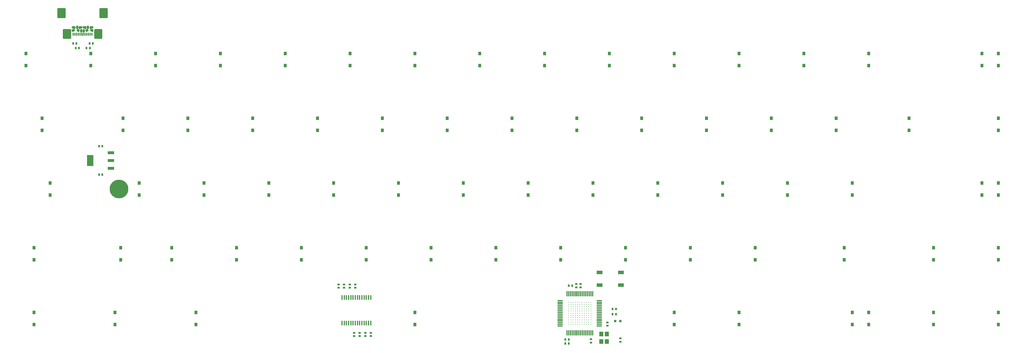
<source format=gbp>
%TF.GenerationSoftware,KiCad,Pcbnew,(2017-09-19 revision dddaa7e69)-makepkg*%
%TF.CreationDate,2017-11-22T14:32:36-05:00*%
%TF.ProjectId,WhiteFox,5768697465466F782E6B696361645F70,1.1c*%
%TF.SameCoordinates,Original*%
%TF.FileFunction,Paste,Bot*%
%TF.FilePolarity,Positive*%
%FSLAX46Y46*%
G04 Gerber Fmt 4.6, Leading zero omitted, Abs format (unit mm)*
G04 Created by KiCad (PCBNEW (2017-09-19 revision dddaa7e69)-makepkg) date 11/22/17 14:32:36*
%MOMM*%
%LPD*%
G01*
G04 APERTURE LIST*
%ADD10C,0.650000*%
%ADD11R,0.300000X0.900000*%
%ADD12R,0.600000X0.650000*%
%ADD13R,0.650000X0.600000*%
%ADD14C,5.500000*%
%ADD15R,1.500000X0.300000*%
%ADD16R,0.300000X1.500000*%
%ADD17R,1.800000X1.100000*%
%ADD18R,0.850900X1.000760*%
%ADD19R,1.200000X1.400000*%
%ADD20R,0.797560X0.797560*%
%ADD21R,0.400000X1.430000*%
%ADD22R,1.900000X3.250000*%
%ADD23R,1.900000X0.950000*%
%ADD24C,0.250000*%
G04 APERTURE END LIST*
D10*
%TO.C,J1*%
X67450000Y-76403200D02*
X67450000Y-76253200D01*
X69050000Y-76403200D02*
X69050000Y-76253200D01*
X70650000Y-76403200D02*
X70650000Y-76253200D01*
X72250000Y-76403200D02*
X72250000Y-76253200D01*
X72250000Y-76253200D02*
X72650000Y-76253200D01*
X70250000Y-76253200D02*
X70650000Y-76253200D01*
X69050000Y-76253200D02*
X69450000Y-76253200D01*
X67050000Y-76253200D02*
X67450000Y-76253200D01*
X75173000Y-73203200D02*
X75173000Y-70953200D01*
X76923000Y-73203200D02*
X75173000Y-73203200D01*
X76923000Y-70953200D02*
X76923000Y-73203200D01*
X75173000Y-70953200D02*
X76923000Y-70953200D01*
X62777000Y-70953200D02*
X64527000Y-70953200D01*
X64527000Y-70953200D02*
X64527000Y-73203200D01*
X64527000Y-73203200D02*
X62777000Y-73203200D01*
X62777000Y-73203200D02*
X62777000Y-70953200D01*
X63377000Y-73203200D02*
X63377000Y-70953200D01*
X63927000Y-70953200D02*
X63927000Y-73203200D01*
X76323000Y-70953200D02*
X76323000Y-73203200D01*
X75773000Y-73203200D02*
X75773000Y-70953200D01*
X71450000Y-76403200D02*
X71450000Y-76103200D01*
X68250000Y-76403200D02*
X68250000Y-76103200D01*
X64973000Y-79303200D02*
X64973000Y-77053200D01*
X65523000Y-77053200D02*
X65523000Y-79303200D01*
X64373000Y-77053200D02*
X66123000Y-77053200D01*
X66123000Y-77053200D02*
X66123000Y-79303200D01*
X66123000Y-79303200D02*
X64373000Y-79303200D01*
X64373000Y-79303200D02*
X64373000Y-77053200D01*
X73573000Y-79303200D02*
X73573000Y-77053200D01*
X75323000Y-79303200D02*
X73573000Y-79303200D01*
X75323000Y-77053200D02*
X75323000Y-79303200D01*
X73573000Y-77053200D02*
X75323000Y-77053200D01*
X74723000Y-77053200D02*
X74723000Y-79303200D01*
X74173000Y-79303200D02*
X74173000Y-77053200D01*
X71050000Y-77103200D02*
X71050000Y-77303200D01*
X68650000Y-77103200D02*
X68650000Y-77303200D01*
X71050000Y-77103200D02*
X71250000Y-77103200D01*
X68650000Y-77103200D02*
X68450000Y-77103200D01*
X72650000Y-77103200D02*
X72450000Y-77103200D01*
X72650000Y-77103200D02*
X72650000Y-77303200D01*
X67050000Y-77103200D02*
X67250000Y-77103200D01*
X67050000Y-77103200D02*
X67050000Y-77303200D01*
X70250000Y-77103200D02*
X70250000Y-77403200D01*
X69450000Y-77103200D02*
X69450000Y-77403200D01*
%TD*%
D11*
%TO.C,J1*%
X72600000Y-78313200D03*
X72100000Y-78313200D03*
X71600000Y-78313200D03*
X71100000Y-78313200D03*
X70600000Y-78313200D03*
X70100000Y-78313200D03*
X69600000Y-78313200D03*
X69100000Y-78313200D03*
X68600000Y-78313200D03*
X68100000Y-78313200D03*
X67600000Y-78313200D03*
X67100000Y-78313200D03*
%TD*%
D12*
%TO.C,D73*%
X72001000Y-82372200D03*
X71001000Y-82372200D03*
%TD*%
%TO.C,D72*%
X67826000Y-82372200D03*
X68826000Y-82372200D03*
%TD*%
%TO.C,R12*%
X67064000Y-80975200D03*
X68064000Y-80975200D03*
%TD*%
%TO.C,R11*%
X72890000Y-80975200D03*
X71890000Y-80975200D03*
%TD*%
D13*
%TO.C,R10*%
X149606000Y-167124000D03*
X149606000Y-166124000D03*
%TD*%
%TO.C,R9*%
X154559000Y-166124000D03*
X154559000Y-167124000D03*
%TD*%
%TO.C,R8*%
X227902000Y-168775000D03*
X227902000Y-167775000D03*
%TD*%
%TO.C,R7*%
X152908000Y-166124000D03*
X152908000Y-167124000D03*
%TD*%
%TO.C,R6*%
X149987000Y-152900000D03*
X149987000Y-151900000D03*
%TD*%
%TO.C,R5*%
X148336000Y-152900000D03*
X148336000Y-151900000D03*
%TD*%
D12*
%TO.C,R4*%
X226624000Y-160655000D03*
X225624000Y-160655000D03*
%TD*%
%TO.C,R3*%
X226624000Y-159131000D03*
X225624000Y-159131000D03*
%TD*%
D13*
%TO.C,C9*%
X145034000Y-151900000D03*
X145034000Y-152900000D03*
%TD*%
%TO.C,C8*%
X146685000Y-151900000D03*
X146685000Y-152900000D03*
%TD*%
%TO.C,C7*%
X224092000Y-164076000D03*
X224092000Y-163076000D03*
%TD*%
%TO.C,C6*%
X151257000Y-167124000D03*
X151257000Y-166124000D03*
%TD*%
%TO.C,C5*%
X219202000Y-169029000D03*
X219202000Y-168029000D03*
%TD*%
D12*
%TO.C,C4*%
X213733000Y-152273000D03*
X212733000Y-152273000D03*
%TD*%
%TO.C,C3*%
X212717000Y-168148000D03*
X211717000Y-168148000D03*
%TD*%
%TO.C,C2*%
X74684000Y-119634000D03*
X75684000Y-119634000D03*
%TD*%
%TO.C,C1*%
X74684000Y-111252000D03*
X75684000Y-111252000D03*
%TD*%
D13*
%TO.C,R1*%
X216154000Y-152773000D03*
X216154000Y-151773000D03*
%TD*%
%TO.C,R2*%
X214884000Y-152773000D03*
X214884000Y-151773000D03*
%TD*%
D12*
%TO.C,C10*%
X212717000Y-169291000D03*
X211717000Y-169291000D03*
%TD*%
D14*
%TO.C,H1*%
X80568800Y-123830000D03*
%TD*%
D15*
%TO.C,U1*%
X210214000Y-156651000D03*
X210214000Y-157151000D03*
X210214000Y-157651000D03*
X210214000Y-158151000D03*
X210214000Y-158651000D03*
X210214000Y-159151000D03*
X210214000Y-159651000D03*
X210214000Y-160151000D03*
X210214000Y-160651000D03*
X210214000Y-161151000D03*
X210214000Y-161651000D03*
X210214000Y-162151000D03*
X210214000Y-162651000D03*
X210214000Y-163151000D03*
X210214000Y-163651000D03*
X210214000Y-164151000D03*
D16*
X212214000Y-166151000D03*
X212714000Y-166151000D03*
X213214000Y-166151000D03*
X213714000Y-166151000D03*
X214214000Y-166151000D03*
X214714000Y-166151000D03*
X215214000Y-166151000D03*
X215714000Y-166151000D03*
X216214000Y-166151000D03*
X216714000Y-166151000D03*
X217214000Y-166151000D03*
X217714000Y-166151000D03*
X218214000Y-166151000D03*
X218714000Y-166151000D03*
X219214000Y-166151000D03*
X219714000Y-166151000D03*
D15*
X221714000Y-164151000D03*
X221714000Y-163651000D03*
X221714000Y-163151000D03*
X221714000Y-162651000D03*
X221714000Y-162151000D03*
X221714000Y-161651000D03*
X221714000Y-161151000D03*
X221714000Y-160651000D03*
X221714000Y-160151000D03*
X221714000Y-159651000D03*
X221714000Y-159151000D03*
X221714000Y-158651000D03*
X221714000Y-158151000D03*
X221714000Y-157651000D03*
X221714000Y-157151000D03*
X221714000Y-156651000D03*
D16*
X219714000Y-154651000D03*
X219214000Y-154651000D03*
X218714000Y-154651000D03*
X218214000Y-154651000D03*
X217714000Y-154651000D03*
X217214000Y-154651000D03*
X216714000Y-154651000D03*
X216214000Y-154651000D03*
X215714000Y-154651000D03*
X215214000Y-154651000D03*
X214714000Y-154651000D03*
X214214000Y-154651000D03*
X213714000Y-154651000D03*
X213214000Y-154651000D03*
X212714000Y-154651000D03*
X212214000Y-154651000D03*
%TD*%
D17*
%TO.C,S72*%
X228017000Y-148391000D03*
X228017000Y-152091000D03*
X221817000Y-148391000D03*
X221817000Y-152091000D03*
%TD*%
D18*
%TO.C,D1*%
X53181200Y-87472520D03*
X53181200Y-83972400D03*
%TD*%
%TO.C,D2*%
X72231200Y-87472520D03*
X72231200Y-83972400D03*
%TD*%
%TO.C,D3*%
X91281200Y-87472520D03*
X91281200Y-83972400D03*
%TD*%
%TO.C,D4*%
X110331000Y-87472520D03*
X110331000Y-83972400D03*
%TD*%
%TO.C,D5*%
X129381000Y-87472520D03*
X129381000Y-83972400D03*
%TD*%
%TO.C,D6*%
X148431000Y-87472520D03*
X148431000Y-83972400D03*
%TD*%
%TO.C,D7*%
X167481000Y-87472520D03*
X167481000Y-83972400D03*
%TD*%
%TO.C,D8*%
X186531000Y-87472520D03*
X186531000Y-83972400D03*
%TD*%
%TO.C,D9*%
X205581000Y-87472520D03*
X205581000Y-83972400D03*
%TD*%
%TO.C,D10*%
X224631000Y-87472520D03*
X224631000Y-83972400D03*
%TD*%
%TO.C,D11*%
X243681000Y-87472520D03*
X243681000Y-83972400D03*
%TD*%
%TO.C,D12*%
X262731000Y-87472520D03*
X262731000Y-83972400D03*
%TD*%
%TO.C,D13*%
X281781000Y-87472520D03*
X281781000Y-83972400D03*
%TD*%
%TO.C,D14*%
X300831000Y-87472520D03*
X300831000Y-83972400D03*
%TD*%
%TO.C,D15*%
X334169000Y-87472520D03*
X334169000Y-83972400D03*
%TD*%
%TO.C,D16*%
X338931000Y-87472520D03*
X338931000Y-83972400D03*
%TD*%
%TO.C,D17*%
X57943800Y-106522520D03*
X57943800Y-103022400D03*
%TD*%
%TO.C,D18*%
X81756200Y-106522520D03*
X81756200Y-103022400D03*
%TD*%
%TO.C,D19*%
X100806000Y-106522520D03*
X100806000Y-103022400D03*
%TD*%
%TO.C,D20*%
X119856000Y-106522520D03*
X119856000Y-103022400D03*
%TD*%
%TO.C,D21*%
X138906000Y-106522520D03*
X138906000Y-103022400D03*
%TD*%
%TO.C,D22*%
X157956000Y-106522520D03*
X157956000Y-103022400D03*
%TD*%
%TO.C,D23*%
X177006000Y-106522520D03*
X177006000Y-103022400D03*
%TD*%
%TO.C,D24*%
X196056000Y-106522520D03*
X196056000Y-103022400D03*
%TD*%
%TO.C,D25*%
X215106000Y-106522520D03*
X215106000Y-103022400D03*
%TD*%
%TO.C,D26*%
X234156000Y-106522520D03*
X234156000Y-103022400D03*
%TD*%
%TO.C,D27*%
X253206000Y-106522520D03*
X253206000Y-103022400D03*
%TD*%
%TO.C,D28*%
X272256000Y-106522520D03*
X272256000Y-103022400D03*
%TD*%
%TO.C,D29*%
X291306000Y-106522520D03*
X291306000Y-103022400D03*
%TD*%
%TO.C,D30*%
X312738000Y-106522520D03*
X312738000Y-103022400D03*
%TD*%
%TO.C,D31*%
X338931000Y-106522520D03*
X338931000Y-103022400D03*
%TD*%
%TO.C,D32*%
X60325000Y-125572520D03*
X60325000Y-122072400D03*
%TD*%
%TO.C,D33*%
X86518800Y-125572520D03*
X86518800Y-122072400D03*
%TD*%
%TO.C,D34*%
X105569000Y-125572520D03*
X105569000Y-122072400D03*
%TD*%
%TO.C,D35*%
X124619000Y-125572520D03*
X124619000Y-122072400D03*
%TD*%
%TO.C,D36*%
X143669000Y-125572520D03*
X143669000Y-122072400D03*
%TD*%
%TO.C,D37*%
X162719000Y-125572520D03*
X162719000Y-122072400D03*
%TD*%
%TO.C,D38*%
X181769000Y-125572520D03*
X181769000Y-122072400D03*
%TD*%
%TO.C,D39*%
X200819000Y-125572520D03*
X200819000Y-122072400D03*
%TD*%
%TO.C,D40*%
X219869000Y-125572520D03*
X219869000Y-122072400D03*
%TD*%
%TO.C,D41*%
X238919000Y-125572520D03*
X238919000Y-122072400D03*
%TD*%
%TO.C,D42*%
X257969000Y-125572520D03*
X257969000Y-122072400D03*
%TD*%
%TO.C,D43*%
X277019000Y-125572520D03*
X277019000Y-122072400D03*
%TD*%
%TO.C,D44*%
X296069000Y-125572520D03*
X296069000Y-122072400D03*
%TD*%
%TO.C,D45*%
X334169000Y-122077480D03*
X334169000Y-125577600D03*
%TD*%
%TO.C,D46*%
X338931000Y-125572520D03*
X338931000Y-122072400D03*
%TD*%
%TO.C,D47*%
X55562500Y-144622520D03*
X55562500Y-141122400D03*
%TD*%
%TO.C,D48*%
X81089500Y-144622520D03*
X81089500Y-141122400D03*
%TD*%
%TO.C,D49*%
X96043800Y-144622520D03*
X96043800Y-141122400D03*
%TD*%
%TO.C,D50*%
X115094000Y-144622520D03*
X115094000Y-141122400D03*
%TD*%
%TO.C,D51*%
X134144000Y-144622520D03*
X134144000Y-141122400D03*
%TD*%
%TO.C,D52*%
X153194000Y-144622520D03*
X153194000Y-141122400D03*
%TD*%
%TO.C,D53*%
X172244000Y-144622520D03*
X172244000Y-141122400D03*
%TD*%
%TO.C,D54*%
X191294000Y-144622520D03*
X191294000Y-141122400D03*
%TD*%
%TO.C,D55*%
X210344000Y-144622520D03*
X210344000Y-141122400D03*
%TD*%
%TO.C,D56*%
X229394000Y-144622520D03*
X229394000Y-141122400D03*
%TD*%
%TO.C,D57*%
X248444000Y-144622520D03*
X248444000Y-141122400D03*
%TD*%
%TO.C,D58*%
X267494000Y-144622520D03*
X267494000Y-141122400D03*
%TD*%
%TO.C,D59*%
X293688000Y-144622520D03*
X293688000Y-141122400D03*
%TD*%
%TO.C,D60*%
X319881000Y-144622520D03*
X319881000Y-141122400D03*
%TD*%
%TO.C,D61*%
X338931000Y-144622520D03*
X338931000Y-141122400D03*
%TD*%
%TO.C,D62*%
X55562500Y-163672520D03*
X55562500Y-160172400D03*
%TD*%
%TO.C,D63*%
X79375000Y-163672520D03*
X79375000Y-160172400D03*
%TD*%
%TO.C,D64*%
X103188000Y-163672520D03*
X103188000Y-160172400D03*
%TD*%
%TO.C,D65*%
X167481000Y-163672520D03*
X167481000Y-160172400D03*
%TD*%
%TO.C,D67*%
X262731000Y-163672520D03*
X262731000Y-160172400D03*
%TD*%
%TO.C,D68*%
X296069000Y-163672520D03*
X296069000Y-160172400D03*
%TD*%
%TO.C,D69*%
X300831000Y-163672520D03*
X300831000Y-160172400D03*
%TD*%
%TO.C,D70*%
X319881000Y-163672520D03*
X319881000Y-160172400D03*
%TD*%
%TO.C,D71*%
X338931000Y-163672520D03*
X338931000Y-160172400D03*
%TD*%
%TO.C,D66*%
X243681000Y-163672520D03*
X243681000Y-160172400D03*
%TD*%
D19*
%TO.C,X1*%
X222276000Y-166540000D03*
X223876000Y-166540000D03*
X223876000Y-168740000D03*
X222276000Y-168740000D03*
%TD*%
D20*
%TO.C,LED72*%
X227889300Y-162687000D03*
X226390700Y-162687000D03*
%TD*%
D21*
%TO.C,U3*%
X154529000Y-155717000D03*
X153879000Y-155717000D03*
X153229000Y-155717000D03*
X152579000Y-155717000D03*
X151929000Y-155717000D03*
X151279000Y-155717000D03*
X150629000Y-155717000D03*
X149979000Y-155717000D03*
X149329000Y-155717000D03*
X148679000Y-155717000D03*
X148029000Y-155717000D03*
X147379000Y-155717000D03*
X146729000Y-155717000D03*
X146079000Y-155717000D03*
X146079000Y-163307000D03*
X146729000Y-163307000D03*
X147379000Y-163307000D03*
X148029000Y-163307000D03*
X148679000Y-163307000D03*
X149329000Y-163307000D03*
X149979000Y-163307000D03*
X150629000Y-163307000D03*
X151279000Y-163307000D03*
X151929000Y-163307000D03*
X152579000Y-163307000D03*
X153229000Y-163307000D03*
X153879000Y-163307000D03*
X154529000Y-163307000D03*
%TD*%
D22*
%TO.C,Q1*%
X72113600Y-115463000D03*
D23*
X78213600Y-113163000D03*
X78213600Y-117763000D03*
X78213600Y-115463000D03*
%TD*%
D24*
%TO.C,U2*%
X212714000Y-157151000D03*
X213364000Y-157151000D03*
X214014000Y-157151000D03*
X214664000Y-157151000D03*
X215314000Y-157151000D03*
X215964000Y-157151000D03*
X216614000Y-157151000D03*
X217264000Y-157151000D03*
X217914000Y-157151000D03*
X218564000Y-157151000D03*
X219214000Y-157151000D03*
X212714000Y-157801000D03*
X213364000Y-157801000D03*
X214014000Y-157801000D03*
X214664000Y-157801000D03*
X215314000Y-157801000D03*
X215964000Y-157801000D03*
X216614000Y-157801000D03*
X217264000Y-157801000D03*
X217914000Y-157801000D03*
X218564000Y-157801000D03*
X219214000Y-157801000D03*
X212714000Y-158451000D03*
X213364000Y-158451000D03*
X214014000Y-158451000D03*
X214664000Y-158451000D03*
X215314000Y-158451000D03*
X215964000Y-158451000D03*
X216614000Y-158451000D03*
X217264000Y-158451000D03*
X217914000Y-158451000D03*
X218564000Y-158451000D03*
X219214000Y-158451000D03*
X212714000Y-159101000D03*
X213364000Y-159101000D03*
X214014000Y-159101000D03*
X214664000Y-159101000D03*
X215314000Y-159101000D03*
X215964000Y-159101000D03*
X216614000Y-159101000D03*
X217264000Y-159101000D03*
X217914000Y-159101000D03*
X218564000Y-159101000D03*
X219214000Y-159101000D03*
X212714000Y-159751000D03*
X213364000Y-159751000D03*
X214014000Y-159751000D03*
X214664000Y-159751000D03*
X215314000Y-159751000D03*
X215964000Y-159751000D03*
X216614000Y-159751000D03*
X217264000Y-159751000D03*
X217914000Y-159751000D03*
X218564000Y-159751000D03*
X219214000Y-159751000D03*
X212714000Y-160401000D03*
X213364000Y-160401000D03*
X214014000Y-160401000D03*
X214664000Y-160401000D03*
X215314000Y-160401000D03*
X215964000Y-160401000D03*
X216614000Y-160401000D03*
X217264000Y-160401000D03*
X217914000Y-160401000D03*
X218564000Y-160401000D03*
X219214000Y-160401000D03*
X212714000Y-161051000D03*
X213364000Y-161051000D03*
X214014000Y-161051000D03*
X214664000Y-161051000D03*
X215314000Y-161051000D03*
X215964000Y-161051000D03*
X216614000Y-161051000D03*
X217264000Y-161051000D03*
X217914000Y-161051000D03*
X218564000Y-161051000D03*
X219214000Y-161051000D03*
X212714000Y-161701000D03*
X213364000Y-161701000D03*
X214014000Y-161701000D03*
X214664000Y-161701000D03*
X215314000Y-161701000D03*
X215964000Y-161701000D03*
X216614000Y-161701000D03*
X217264000Y-161701000D03*
X217914000Y-161701000D03*
X218564000Y-161701000D03*
X219214000Y-161701000D03*
X212714000Y-162351000D03*
X213364000Y-162351000D03*
X214014000Y-162351000D03*
X214664000Y-162351000D03*
X215314000Y-162351000D03*
X215964000Y-162351000D03*
X216614000Y-162351000D03*
X217264000Y-162351000D03*
X217914000Y-162351000D03*
X218564000Y-162351000D03*
X219214000Y-162351000D03*
X212714000Y-163001000D03*
X213364000Y-163001000D03*
X214014000Y-163001000D03*
X214664000Y-163001000D03*
X215314000Y-163001000D03*
X215964000Y-163001000D03*
X216614000Y-163001000D03*
X217264000Y-163001000D03*
X217914000Y-163001000D03*
X218564000Y-163001000D03*
X219214000Y-163001000D03*
X212714000Y-163651000D03*
X213364000Y-163651000D03*
X214014000Y-163651000D03*
X214664000Y-163651000D03*
X215314000Y-163651000D03*
X215964000Y-163651000D03*
X216614000Y-163651000D03*
X217264000Y-163651000D03*
X217914000Y-163651000D03*
X218564000Y-163651000D03*
X219214000Y-163651000D03*
%TD*%
M02*

</source>
